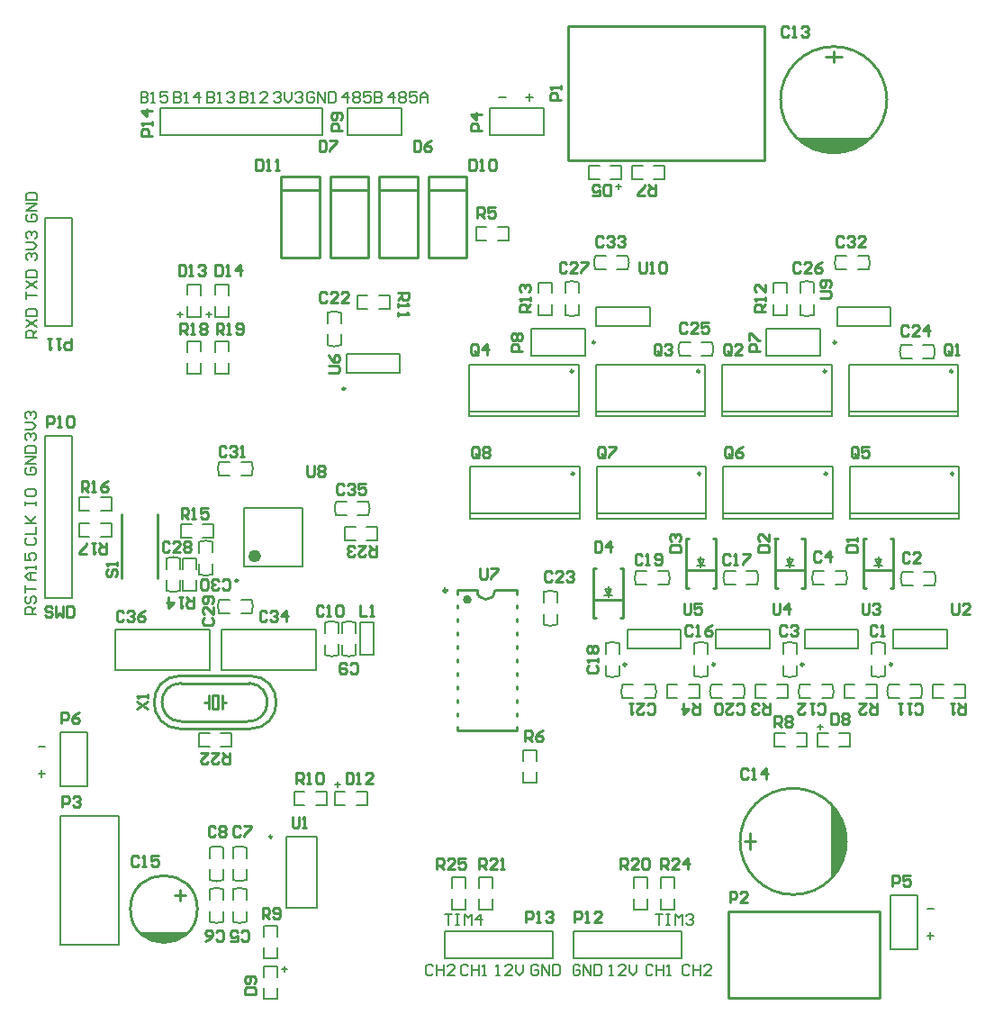
<source format=gto>
G04*
G04 #@! TF.GenerationSoftware,Altium Limited,Altium Designer,18.1.9 (240)*
G04*
G04 Layer_Color=65535*
%FSLAX25Y25*%
%MOIN*%
G70*
G01*
G75*
%ADD10C,0.01000*%
%ADD11C,0.01575*%
%ADD12C,0.01181*%
%ADD13C,0.00984*%
%ADD14C,0.00700*%
%ADD15C,0.02362*%
%ADD16C,0.00787*%
%ADD17C,0.00600*%
%ADD18C,0.00800*%
G36*
X86500Y45000D02*
X85933Y44372D01*
X84635Y43285D01*
X83198Y42389D01*
X81651Y41701D01*
X80023Y41235D01*
X78347Y41000D01*
X76653D01*
X74977Y41235D01*
X73349Y41701D01*
X71802Y42389D01*
X70365Y43285D01*
X69067Y44372D01*
X68500Y45000D01*
X68500Y45000D01*
X86500D01*
Y45000D01*
D02*
G37*
G36*
X324500Y92500D02*
Y64500D01*
X327500Y68500D01*
X329500Y74500D01*
X330500Y80500D01*
X329500Y84500D01*
X324500Y92500D01*
D02*
G37*
G36*
X339500Y339000D02*
X311500D01*
X315500Y336000D01*
X321500Y334000D01*
X327500Y333000D01*
X331500Y334000D01*
X339500Y339000D01*
D02*
G37*
D10*
X193500Y171377D02*
G03*
X200000Y171277I3250J-50D01*
G01*
X109300Y120160D02*
G03*
X109295Y139842I-34J9841D01*
G01*
X83700Y139840D02*
G03*
X83705Y120158I34J-9841D01*
G01*
X108310Y122910D02*
G03*
X109098Y137087I368J7090D01*
G01*
X83900Y137090D02*
G03*
X83902Y122913I1J-7088D01*
G01*
X89900Y53500D02*
G03*
X89900Y53500I-12400J0D01*
G01*
X330180Y78500D02*
G03*
X330180Y78500I-19680J0D01*
G01*
X345180Y353000D02*
G03*
X345180Y353000I-19680J0D01*
G01*
X186000Y171500D02*
X193500D01*
X200000D02*
X208000D01*
X186000Y170091D02*
Y171500D01*
Y165091D02*
Y165909D01*
Y160091D02*
Y160909D01*
Y155091D02*
Y155909D01*
Y150091D02*
Y150909D01*
Y145091D02*
Y145909D01*
Y140091D02*
Y140909D01*
Y135091D02*
Y135909D01*
Y130091D02*
Y130909D01*
Y125091D02*
Y125909D01*
Y119500D02*
Y120909D01*
Y119500D02*
X208000D01*
Y120909D01*
Y125091D02*
Y125909D01*
Y130091D02*
Y130909D01*
Y135091D02*
Y135909D01*
Y140091D02*
Y140909D01*
Y145091D02*
Y145909D01*
Y150091D02*
Y150909D01*
Y155091D02*
Y155909D01*
Y160091D02*
Y160909D01*
Y165091D02*
Y165909D01*
Y170091D02*
Y171500D01*
X227142Y330697D02*
Y380303D01*
Y330697D02*
X299976D01*
X299976D02*
Y380303D01*
X227142D02*
X299976D01*
X346453Y190429D02*
X347512D01*
X336488D02*
X337547D01*
X347512Y172319D02*
Y190429D01*
X336500Y178874D02*
X347512D01*
X336500Y172374D02*
Y190429D01*
Y172374D02*
X337547D01*
X346453D02*
X347512D01*
X313620Y190429D02*
X314679D01*
X303655D02*
X304713D01*
X314679Y172319D02*
Y190429D01*
X303667Y178874D02*
X314679D01*
X303667Y172374D02*
Y190429D01*
Y172374D02*
X304713D01*
X313620D02*
X314679D01*
X280787Y190429D02*
X281845D01*
X270821D02*
X271880D01*
X281845Y172319D02*
Y190429D01*
X270833Y178874D02*
X281845D01*
X270833Y172374D02*
Y190429D01*
Y172374D02*
X271880D01*
X280787D02*
X281845D01*
X171420Y294539D02*
Y324461D01*
X157247Y294539D02*
Y324461D01*
X157247Y324461D02*
X171420D01*
X157247Y319437D02*
X171420D01*
X157247Y294539D02*
X171420D01*
X189587D02*
Y324461D01*
X175413Y294539D02*
Y324461D01*
X175413Y324461D02*
X189587D01*
X175413Y319437D02*
X189587D01*
X175413Y294539D02*
X189587D01*
X153253D02*
Y324461D01*
X139080Y294539D02*
Y324461D01*
X139080Y324461D02*
X153253D01*
X139080Y319437D02*
X153253D01*
X139080Y294539D02*
X153253D01*
X135087D02*
Y324461D01*
X120913Y294539D02*
Y324461D01*
X120913Y324461D02*
X135087D01*
X120913Y319437D02*
X135087D01*
X120913Y294539D02*
X135087D01*
X61807Y176068D02*
Y199691D01*
X75193D02*
X75193Y176068D01*
X83902Y122913D02*
X108311D01*
X83705Y120158D02*
X109295D01*
X83902Y137087D02*
X109098D01*
X83705Y139842D02*
X109295D01*
X95500Y127500D02*
Y132500D01*
Y127500D02*
X97500D01*
Y132500D01*
X95500D02*
X97500D01*
X94000Y130000D02*
Y132500D01*
Y127500D02*
Y130000D01*
X92500D02*
X94000D01*
X99000D02*
Y132500D01*
Y127500D02*
Y130000D01*
X100500D01*
X286500Y20500D02*
X342500D01*
X286500D02*
Y52500D01*
X342500D01*
Y20500D02*
Y52500D01*
X81500Y58500D02*
X85500D01*
X83500Y56500D02*
Y60500D01*
X294500Y75500D02*
Y81500D01*
X292500Y78500D02*
X296500D01*
X322500Y369000D02*
X328500D01*
X325500Y367000D02*
Y371000D01*
X246453Y161374D02*
X247512D01*
X236500D02*
X237547D01*
X236500D02*
Y179429D01*
Y167874D02*
X247512D01*
Y161319D02*
Y179429D01*
X236488D02*
X237547D01*
X246453D02*
X247512D01*
X36166Y164932D02*
X35499Y165599D01*
X34166D01*
X33500Y164932D01*
Y164266D01*
X34166Y163599D01*
X35499D01*
X36166Y162933D01*
Y162267D01*
X35499Y161600D01*
X34166D01*
X33500Y162267D01*
X37499Y165599D02*
Y161600D01*
X38832Y162933D01*
X40165Y161600D01*
Y165599D01*
X41497D02*
Y161600D01*
X43497D01*
X44163Y162267D01*
Y164932D01*
X43497Y165599D01*
X41497D01*
X334666Y221266D02*
Y223932D01*
X333999Y224599D01*
X332666D01*
X332000Y223932D01*
Y221266D01*
X332666Y220600D01*
X333999D01*
X333333Y221933D02*
X334666Y220600D01*
X333999D02*
X334666Y221266D01*
X338665Y224599D02*
X335999D01*
Y222599D01*
X337332Y223266D01*
X337998D01*
X338665Y222599D01*
Y221266D01*
X337998Y220600D01*
X336665D01*
X335999Y221266D01*
X261666Y259166D02*
Y261832D01*
X260999Y262499D01*
X259666D01*
X259000Y261832D01*
Y259166D01*
X259666Y258500D01*
X260999D01*
X260333Y259833D02*
X261666Y258500D01*
X260999D02*
X261666Y259166D01*
X262999Y261832D02*
X263665Y262499D01*
X264998D01*
X265665Y261832D01*
Y261166D01*
X264998Y260499D01*
X264332D01*
X264998D01*
X265665Y259833D01*
Y259166D01*
X264998Y258500D01*
X263665D01*
X262999Y259166D01*
X67577Y127500D02*
X71576Y130166D01*
X67577D02*
X71576Y127500D01*
Y131499D02*
Y132832D01*
Y132165D01*
X67577D01*
X68243Y131499D01*
X253500Y292999D02*
Y289666D01*
X254166Y289000D01*
X255499D01*
X256166Y289666D01*
Y292999D01*
X257499Y289000D02*
X258832D01*
X258165D01*
Y292999D01*
X257499Y292332D01*
X260831D02*
X261497Y292999D01*
X262830D01*
X263497Y292332D01*
Y289666D01*
X262830Y289000D01*
X261497D01*
X260831Y289666D01*
Y292332D01*
X320501Y279500D02*
X323834D01*
X324500Y280166D01*
Y281499D01*
X323834Y282166D01*
X320501D01*
X323834Y283499D02*
X324500Y284165D01*
Y285498D01*
X323834Y286164D01*
X321168D01*
X320501Y285498D01*
Y284165D01*
X321168Y283499D01*
X321834D01*
X322501Y284165D01*
Y286164D01*
X130500Y217599D02*
Y214266D01*
X131167Y213600D01*
X132499D01*
X133166Y214266D01*
Y217599D01*
X134499Y216932D02*
X135165Y217599D01*
X136498D01*
X137164Y216932D01*
Y216266D01*
X136498Y215599D01*
X137164Y214933D01*
Y214266D01*
X136498Y213600D01*
X135165D01*
X134499Y214266D01*
Y214933D01*
X135165Y215599D01*
X134499Y216266D01*
Y216932D01*
X135165Y215599D02*
X136498D01*
X194500Y179499D02*
Y176166D01*
X195167Y175500D01*
X196499D01*
X197166Y176166D01*
Y179499D01*
X198499D02*
X201165D01*
Y178832D01*
X198499Y176166D01*
Y175500D01*
X138501Y252000D02*
X141833D01*
X142500Y252666D01*
Y253999D01*
X141833Y254666D01*
X138501D01*
Y258664D02*
X139168Y257332D01*
X140501Y255999D01*
X141833D01*
X142500Y256665D01*
Y257998D01*
X141833Y258664D01*
X141167D01*
X140501Y257998D01*
Y255999D01*
X270000Y166499D02*
Y163166D01*
X270666Y162500D01*
X271999D01*
X272666Y163166D01*
Y166499D01*
X276664D02*
X273999D01*
Y164499D01*
X275332Y165166D01*
X275998D01*
X276664Y164499D01*
Y163166D01*
X275998Y162500D01*
X274665D01*
X273999Y163166D01*
X303000Y166499D02*
Y163166D01*
X303666Y162500D01*
X304999D01*
X305666Y163166D01*
Y166499D01*
X308998Y162500D02*
Y166499D01*
X306999Y164499D01*
X309665D01*
X336000Y166499D02*
Y163166D01*
X336666Y162500D01*
X337999D01*
X338666Y163166D01*
Y166499D01*
X339999Y165832D02*
X340665Y166499D01*
X341998D01*
X342665Y165832D01*
Y165166D01*
X341998Y164499D01*
X341332D01*
X341998D01*
X342665Y163833D01*
Y163166D01*
X341998Y162500D01*
X340665D01*
X339999Y163166D01*
X369050Y166499D02*
Y163166D01*
X369716Y162500D01*
X371049D01*
X371716Y163166D01*
Y166499D01*
X375714Y162500D02*
X373049D01*
X375714Y165166D01*
Y165832D01*
X375048Y166499D01*
X373715D01*
X373049Y165832D01*
X125000Y87499D02*
Y84166D01*
X125666Y83500D01*
X126999D01*
X127666Y84166D01*
Y87499D01*
X128999Y83500D02*
X130332D01*
X129665D01*
Y87499D01*
X128999Y86832D01*
X56668Y179166D02*
X56001Y178499D01*
Y177166D01*
X56668Y176500D01*
X57334D01*
X58001Y177166D01*
Y178499D01*
X58667Y179166D01*
X59334D01*
X60000Y178499D01*
Y177166D01*
X59334Y176500D01*
X60000Y180499D02*
Y181832D01*
Y181165D01*
X56001D01*
X56668Y180499D01*
X178500Y68205D02*
Y72204D01*
X180499D01*
X181166Y71537D01*
Y70205D01*
X180499Y69538D01*
X178500D01*
X179833D02*
X181166Y68205D01*
X185164D02*
X182499D01*
X185164Y70871D01*
Y71537D01*
X184498Y72204D01*
X183165D01*
X182499Y71537D01*
X189163Y72204D02*
X186497D01*
Y70205D01*
X187830Y70871D01*
X188497D01*
X189163Y70205D01*
Y68872D01*
X188497Y68205D01*
X187164D01*
X186497Y68872D01*
X261600Y68205D02*
Y72204D01*
X263599D01*
X264266Y71537D01*
Y70205D01*
X263599Y69538D01*
X261600D01*
X262933D02*
X264266Y68205D01*
X268265D02*
X265599D01*
X268265Y70871D01*
Y71537D01*
X267598Y72204D01*
X266265D01*
X265599Y71537D01*
X271597Y68205D02*
Y72204D01*
X269597Y70205D01*
X272263D01*
X156000Y188000D02*
Y184001D01*
X154001D01*
X153334Y184668D01*
Y186001D01*
X154001Y186667D01*
X156000D01*
X154667D02*
X153334Y188000D01*
X149336D02*
X152001D01*
X149336Y185334D01*
Y184668D01*
X150002Y184001D01*
X151335D01*
X152001Y184668D01*
X148003D02*
X147336Y184001D01*
X146003D01*
X145337Y184668D01*
Y185334D01*
X146003Y186001D01*
X146670D01*
X146003D01*
X145337Y186667D01*
Y187334D01*
X146003Y188000D01*
X147336D01*
X148003Y187334D01*
X101873Y111267D02*
Y107268D01*
X99874D01*
X99207Y107935D01*
Y109267D01*
X99874Y109934D01*
X101873D01*
X100540D02*
X99207Y111267D01*
X95209D02*
X97874D01*
X95209Y108601D01*
Y107935D01*
X95875Y107268D01*
X97208D01*
X97874Y107935D01*
X91210Y111267D02*
X93876D01*
X91210Y108601D01*
Y107935D01*
X91877Y107268D01*
X93209D01*
X93876Y107935D01*
X194100Y68205D02*
Y72204D01*
X196099D01*
X196766Y71537D01*
Y70205D01*
X196099Y69538D01*
X194100D01*
X195433D02*
X196766Y68205D01*
X200764D02*
X198099D01*
X200764Y70871D01*
Y71537D01*
X200098Y72204D01*
X198765D01*
X198099Y71537D01*
X202097Y68205D02*
X203430D01*
X202764D01*
Y72204D01*
X202097Y71537D01*
X246500Y68205D02*
Y72204D01*
X248499D01*
X249166Y71537D01*
Y70205D01*
X248499Y69538D01*
X246500D01*
X247833D02*
X249166Y68205D01*
X253165D02*
X250499D01*
X253165Y70871D01*
Y71537D01*
X252498Y72204D01*
X251165D01*
X250499Y71537D01*
X254497D02*
X255164Y72204D01*
X256497D01*
X257163Y71537D01*
Y68872D01*
X256497Y68205D01*
X255164D01*
X254497Y68872D01*
Y71537D01*
X97000Y266150D02*
Y270149D01*
X98999D01*
X99666Y269482D01*
Y268149D01*
X98999Y267483D01*
X97000D01*
X98333D02*
X99666Y266150D01*
X100999D02*
X102332D01*
X101665D01*
Y270149D01*
X100999Y269482D01*
X104331Y266816D02*
X104997Y266150D01*
X106330D01*
X106997Y266816D01*
Y269482D01*
X106330Y270149D01*
X104997D01*
X104331Y269482D01*
Y268816D01*
X104997Y268149D01*
X106997D01*
X83435Y266150D02*
Y270149D01*
X85434D01*
X86101Y269482D01*
Y268149D01*
X85434Y267483D01*
X83435D01*
X84768D02*
X86101Y266150D01*
X87434D02*
X88766D01*
X88100D01*
Y270149D01*
X87434Y269482D01*
X90766D02*
X91432Y270149D01*
X92765D01*
X93432Y269482D01*
Y268816D01*
X92765Y268149D01*
X93432Y267483D01*
Y266816D01*
X92765Y266150D01*
X91432D01*
X90766Y266816D01*
Y267483D01*
X91432Y268149D01*
X90766Y268816D01*
Y269482D01*
X91432Y268149D02*
X92765D01*
X56000Y189000D02*
Y185001D01*
X54001D01*
X53334Y185668D01*
Y187001D01*
X54001Y187667D01*
X56000D01*
X54667D02*
X53334Y189000D01*
X52001D02*
X50668D01*
X51335D01*
Y185001D01*
X52001Y185668D01*
X48669Y185001D02*
X46003D01*
Y185668D01*
X48669Y188333D01*
Y189000D01*
X47000Y208000D02*
Y211999D01*
X48999D01*
X49666Y211332D01*
Y209999D01*
X48999Y209333D01*
X47000D01*
X48333D02*
X49666Y208000D01*
X50999D02*
X52332D01*
X51665D01*
Y211999D01*
X50999Y211332D01*
X56997Y211999D02*
X55664Y211332D01*
X54331Y209999D01*
Y208666D01*
X54997Y208000D01*
X56330D01*
X56997Y208666D01*
Y209333D01*
X56330Y209999D01*
X54331D01*
X84000Y198000D02*
Y201999D01*
X85999D01*
X86666Y201332D01*
Y199999D01*
X85999Y199333D01*
X84000D01*
X85333D02*
X86666Y198000D01*
X87999D02*
X89332D01*
X88665D01*
Y201999D01*
X87999Y201332D01*
X93997Y201999D02*
X91331D01*
Y199999D01*
X92664Y200666D01*
X93330D01*
X93997Y199999D01*
Y198667D01*
X93330Y198000D01*
X91997D01*
X91331Y198667D01*
X88500Y169000D02*
Y165001D01*
X86501D01*
X85834Y165668D01*
Y167001D01*
X86501Y167667D01*
X88500D01*
X87167D02*
X85834Y169000D01*
X84501D02*
X83168D01*
X83835D01*
Y165001D01*
X84501Y165668D01*
X79170Y169000D02*
Y165001D01*
X81169Y167001D01*
X78503D01*
X213000Y274500D02*
X209001D01*
Y276499D01*
X209668Y277166D01*
X211001D01*
X211667Y276499D01*
Y274500D01*
Y275833D02*
X213000Y277166D01*
Y278499D02*
Y279832D01*
Y279165D01*
X209001D01*
X209668Y278499D01*
Y281831D02*
X209001Y282497D01*
Y283830D01*
X209668Y284497D01*
X210334D01*
X211001Y283830D01*
Y283164D01*
Y283830D01*
X211667Y284497D01*
X212334D01*
X213000Y283830D01*
Y282497D01*
X212334Y281831D01*
X300000Y274500D02*
X296001D01*
Y276499D01*
X296668Y277166D01*
X298001D01*
X298667Y276499D01*
Y274500D01*
Y275833D02*
X300000Y277166D01*
Y278499D02*
Y279832D01*
Y279165D01*
X296001D01*
X296668Y278499D01*
X300000Y284497D02*
Y281831D01*
X297334Y284497D01*
X296668D01*
X296001Y283830D01*
Y282497D01*
X296668Y281831D01*
X164250Y281500D02*
X168249D01*
Y279501D01*
X167582Y278834D01*
X166249D01*
X165583Y279501D01*
Y281500D01*
Y280167D02*
X164250Y278834D01*
Y277501D02*
Y276168D01*
Y276835D01*
X168249D01*
X167582Y277501D01*
X164250Y274169D02*
Y272836D01*
Y273503D01*
X168249D01*
X167582Y274169D01*
X126500Y100000D02*
Y103999D01*
X128499D01*
X129166Y103332D01*
Y101999D01*
X128499Y101333D01*
X126500D01*
X127833D02*
X129166Y100000D01*
X130499D02*
X131832D01*
X131165D01*
Y103999D01*
X130499Y103332D01*
X133831D02*
X134497Y103999D01*
X135830D01*
X136497Y103332D01*
Y100666D01*
X135830Y100000D01*
X134497D01*
X133831Y100666D01*
Y103332D01*
X114000Y50000D02*
Y53999D01*
X115999D01*
X116666Y53332D01*
Y51999D01*
X115999Y51333D01*
X114000D01*
X115333D02*
X116666Y50000D01*
X117999Y50666D02*
X118665Y50000D01*
X119998D01*
X120665Y50666D01*
Y53332D01*
X119998Y53999D01*
X118665D01*
X117999Y53332D01*
Y52666D01*
X118665Y51999D01*
X120665D01*
X303650Y121000D02*
Y124999D01*
X305650D01*
X306316Y124332D01*
Y122999D01*
X305650Y122333D01*
X303650D01*
X304983D02*
X306316Y121000D01*
X307649Y124332D02*
X308316Y124999D01*
X309648D01*
X310315Y124332D01*
Y123666D01*
X309648Y122999D01*
X310315Y122333D01*
Y121667D01*
X309648Y121000D01*
X308316D01*
X307649Y121667D01*
Y122333D01*
X308316Y122999D01*
X307649Y123666D01*
Y124332D01*
X308316Y122999D02*
X309648D01*
X259500Y321500D02*
Y317501D01*
X257501D01*
X256834Y318168D01*
Y319501D01*
X257501Y320167D01*
X259500D01*
X258167D02*
X256834Y321500D01*
X255501Y317501D02*
X252835D01*
Y318168D01*
X255501Y320834D01*
Y321500D01*
X211200Y115600D02*
Y119599D01*
X213199D01*
X213866Y118932D01*
Y117599D01*
X213199Y116933D01*
X211200D01*
X212533D02*
X213866Y115600D01*
X217864Y119599D02*
X216532Y118932D01*
X215199Y117599D01*
Y116267D01*
X215865Y115600D01*
X217198D01*
X217864Y116267D01*
Y116933D01*
X217198Y117599D01*
X215199D01*
X193600Y309400D02*
Y313399D01*
X195599D01*
X196266Y312732D01*
Y311399D01*
X195599Y310733D01*
X193600D01*
X194933D02*
X196266Y309400D01*
X200265Y313399D02*
X197599D01*
Y311399D01*
X198932Y312066D01*
X199598D01*
X200265Y311399D01*
Y310066D01*
X199598Y309400D01*
X198265D01*
X197599Y310066D01*
X275700Y129500D02*
Y125501D01*
X273701D01*
X273034Y126168D01*
Y127501D01*
X273701Y128167D01*
X275700D01*
X274367D02*
X273034Y129500D01*
X269702D02*
Y125501D01*
X271701Y127501D01*
X269036D01*
X301676Y129500D02*
Y125501D01*
X299676D01*
X299010Y126168D01*
Y127501D01*
X299676Y128167D01*
X301676D01*
X300343D02*
X299010Y129500D01*
X297677Y126168D02*
X297011Y125501D01*
X295678D01*
X295011Y126168D01*
Y126834D01*
X295678Y127501D01*
X296344D01*
X295678D01*
X295011Y128167D01*
Y128833D01*
X295678Y129500D01*
X297011D01*
X297677Y128833D01*
X341367Y129500D02*
Y125501D01*
X339367D01*
X338701Y126168D01*
Y127501D01*
X339367Y128167D01*
X341367D01*
X340034D02*
X338701Y129500D01*
X334702D02*
X337368D01*
X334702Y126834D01*
Y126168D01*
X335369Y125501D01*
X336701D01*
X337368Y126168D01*
X374000Y129500D02*
Y125501D01*
X372001D01*
X371334Y126168D01*
Y127501D01*
X372001Y128167D01*
X374000D01*
X372667D02*
X371334Y129500D01*
X370001D02*
X368668D01*
X369335D01*
Y125501D01*
X370001Y126168D01*
X194166Y221266D02*
Y223932D01*
X193499Y224599D01*
X192166D01*
X191500Y223932D01*
Y221266D01*
X192166Y220600D01*
X193499D01*
X192833Y221933D02*
X194166Y220600D01*
X193499D02*
X194166Y221266D01*
X195499Y223932D02*
X196165Y224599D01*
X197498D01*
X198164Y223932D01*
Y223266D01*
X197498Y222599D01*
X198164Y221933D01*
Y221266D01*
X197498Y220600D01*
X196165D01*
X195499Y221266D01*
Y221933D01*
X196165Y222599D01*
X195499Y223266D01*
Y223932D01*
X196165Y222599D02*
X197498D01*
X240966Y221266D02*
Y223932D01*
X240299Y224599D01*
X238966D01*
X238300Y223932D01*
Y221266D01*
X238966Y220600D01*
X240299D01*
X239633Y221933D02*
X240966Y220600D01*
X240299D02*
X240966Y221266D01*
X242299Y224599D02*
X244965D01*
Y223932D01*
X242299Y221266D01*
Y220600D01*
X287866Y221266D02*
Y223932D01*
X287199Y224599D01*
X285866D01*
X285200Y223932D01*
Y221266D01*
X285866Y220600D01*
X287199D01*
X286533Y221933D02*
X287866Y220600D01*
X287199D02*
X287866Y221266D01*
X291864Y224599D02*
X290532Y223932D01*
X289199Y222599D01*
Y221266D01*
X289865Y220600D01*
X291198D01*
X291864Y221266D01*
Y221933D01*
X291198Y222599D01*
X289199D01*
X193866Y259166D02*
Y261832D01*
X193199Y262499D01*
X191867D01*
X191200Y261832D01*
Y259166D01*
X191867Y258500D01*
X193199D01*
X192533Y259833D02*
X193866Y258500D01*
X193199D02*
X193866Y259166D01*
X197198Y258500D02*
Y262499D01*
X195199Y260499D01*
X197864D01*
X287466Y259166D02*
Y261832D01*
X286799Y262499D01*
X285466D01*
X284800Y261832D01*
Y259166D01*
X285466Y258500D01*
X286799D01*
X286133Y259833D02*
X287466Y258500D01*
X286799D02*
X287466Y259166D01*
X291464Y258500D02*
X288799D01*
X291464Y261166D01*
Y261832D01*
X290798Y262499D01*
X289465D01*
X288799Y261832D01*
X369166Y259166D02*
Y261832D01*
X368499Y262499D01*
X367166D01*
X366500Y261832D01*
Y259166D01*
X367166Y258500D01*
X368499D01*
X367833Y259833D02*
X369166Y258500D01*
X368499D02*
X369166Y259166D01*
X370499Y258500D02*
X371832D01*
X371165D01*
Y262499D01*
X370499Y261832D01*
X73000Y339500D02*
X69001D01*
Y341499D01*
X69668Y342166D01*
X71001D01*
X71667Y341499D01*
Y339500D01*
X73000Y343499D02*
Y344832D01*
Y344165D01*
X69001D01*
X69668Y343499D01*
X73000Y348830D02*
X69001D01*
X71001Y346831D01*
Y349497D01*
X211500Y48500D02*
Y52499D01*
X213499D01*
X214166Y51832D01*
Y50499D01*
X213499Y49833D01*
X211500D01*
X215499Y48500D02*
X216832D01*
X216165D01*
Y52499D01*
X215499Y51832D01*
X218831D02*
X219497Y52499D01*
X220830D01*
X221497Y51832D01*
Y51166D01*
X220830Y50499D01*
X220164D01*
X220830D01*
X221497Y49833D01*
Y49166D01*
X220830Y48500D01*
X219497D01*
X218831Y49166D01*
X229600Y48500D02*
Y52499D01*
X231599D01*
X232266Y51832D01*
Y50499D01*
X231599Y49833D01*
X229600D01*
X233599Y48500D02*
X234932D01*
X234265D01*
Y52499D01*
X233599Y51832D01*
X239597Y48500D02*
X236931D01*
X239597Y51166D01*
Y51832D01*
X238930Y52499D01*
X237597D01*
X236931Y51832D01*
X43000Y264700D02*
Y260701D01*
X41001D01*
X40334Y261368D01*
Y262701D01*
X41001Y263367D01*
X43000D01*
X39001Y264700D02*
X37668D01*
X38335D01*
Y260701D01*
X39001Y261368D01*
X35669Y264700D02*
X34336D01*
X35003D01*
Y260701D01*
X35669Y261368D01*
X34100Y232000D02*
Y235999D01*
X36099D01*
X36766Y235332D01*
Y233999D01*
X36099Y233333D01*
X34100D01*
X38099Y232000D02*
X39432D01*
X38765D01*
Y235999D01*
X38099Y235332D01*
X41431D02*
X42097Y235999D01*
X43430D01*
X44097Y235332D01*
Y232666D01*
X43430Y232000D01*
X42097D01*
X41431Y232666D01*
Y235332D01*
X143500Y341500D02*
X139501D01*
Y343499D01*
X140168Y344166D01*
X141501D01*
X142167Y343499D01*
Y341500D01*
X142833Y345499D02*
X143500Y346165D01*
Y347498D01*
X142833Y348165D01*
X140168D01*
X139501Y347498D01*
Y346165D01*
X140168Y345499D01*
X140834D01*
X141501Y346165D01*
Y348165D01*
X210000Y260000D02*
X206001D01*
Y261999D01*
X206668Y262666D01*
X208001D01*
X208667Y261999D01*
Y260000D01*
X206668Y263999D02*
X206001Y264665D01*
Y265998D01*
X206668Y266665D01*
X207334D01*
X208001Y265998D01*
X208667Y266665D01*
X209334D01*
X210000Y265998D01*
Y264665D01*
X209334Y263999D01*
X208667D01*
X208001Y264665D01*
X207334Y263999D01*
X206668D01*
X208001Y264665D02*
Y265998D01*
X298000Y260000D02*
X294001D01*
Y261999D01*
X294668Y262666D01*
X296001D01*
X296667Y261999D01*
Y260000D01*
X294001Y263999D02*
Y266665D01*
X294668D01*
X297334Y263999D01*
X298000D01*
X39600Y122400D02*
Y126399D01*
X41599D01*
X42266Y125732D01*
Y124399D01*
X41599Y123733D01*
X39600D01*
X46264Y126399D02*
X44932Y125732D01*
X43599Y124399D01*
Y123066D01*
X44265Y122400D01*
X45598D01*
X46264Y123066D01*
Y123733D01*
X45598Y124399D01*
X43599D01*
X347100Y61900D02*
Y65899D01*
X349099D01*
X349766Y65232D01*
Y63899D01*
X349099Y63233D01*
X347100D01*
X353765Y65899D02*
X351099D01*
Y63899D01*
X352432Y64566D01*
X353098D01*
X353765Y63899D01*
Y62566D01*
X353098Y61900D01*
X351765D01*
X351099Y62566D01*
X195000Y341500D02*
X191001D01*
Y343499D01*
X191668Y344166D01*
X193001D01*
X193667Y343499D01*
Y341500D01*
X195000Y347498D02*
X191001D01*
X193001Y345499D01*
Y348165D01*
X39700Y91400D02*
Y95399D01*
X41699D01*
X42366Y94732D01*
Y93399D01*
X41699Y92733D01*
X39700D01*
X43699Y94732D02*
X44365Y95399D01*
X45698D01*
X46365Y94732D01*
Y94066D01*
X45698Y93399D01*
X45032D01*
X45698D01*
X46365Y92733D01*
Y92066D01*
X45698Y91400D01*
X44365D01*
X43699Y92066D01*
X287000Y56000D02*
Y59999D01*
X288999D01*
X289666Y59332D01*
Y57999D01*
X288999Y57333D01*
X287000D01*
X293665Y56000D02*
X290999D01*
X293665Y58666D01*
Y59332D01*
X292998Y59999D01*
X291665D01*
X290999Y59332D01*
X224500Y353000D02*
X220501D01*
Y354999D01*
X221168Y355666D01*
X222501D01*
X223167Y354999D01*
Y353000D01*
X224500Y356999D02*
Y358332D01*
Y357665D01*
X220501D01*
X221168Y356999D01*
X150000Y165999D02*
Y162000D01*
X152666D01*
X153999D02*
X155332D01*
X154665D01*
Y165999D01*
X153999Y165332D01*
X96600Y291999D02*
Y288000D01*
X98599D01*
X99266Y288666D01*
Y291332D01*
X98599Y291999D01*
X96600D01*
X100599Y288000D02*
X101932D01*
X101265D01*
Y291999D01*
X100599Y291332D01*
X105930Y288000D02*
Y291999D01*
X103931Y289999D01*
X106597D01*
X83000Y291999D02*
Y288000D01*
X84999D01*
X85666Y288666D01*
Y291332D01*
X84999Y291999D01*
X83000D01*
X86999Y288000D02*
X88332D01*
X87665D01*
Y291999D01*
X86999Y291332D01*
X90331D02*
X90997Y291999D01*
X92330D01*
X92997Y291332D01*
Y290666D01*
X92330Y289999D01*
X91664D01*
X92330D01*
X92997Y289333D01*
Y288666D01*
X92330Y288000D01*
X90997D01*
X90331Y288666D01*
X145000Y103999D02*
Y100000D01*
X146999D01*
X147666Y100666D01*
Y103332D01*
X146999Y103999D01*
X145000D01*
X148999Y100000D02*
X150332D01*
X149665D01*
Y103999D01*
X148999Y103332D01*
X154997Y100000D02*
X152331D01*
X154997Y102666D01*
Y103332D01*
X154330Y103999D01*
X152997D01*
X152331Y103332D01*
X111500Y330999D02*
Y327000D01*
X113499D01*
X114166Y327666D01*
Y330332D01*
X113499Y330999D01*
X111500D01*
X115499Y327000D02*
X116832D01*
X116165D01*
Y330999D01*
X115499Y330332D01*
X118831Y327000D02*
X120164D01*
X119497D01*
Y330999D01*
X118831Y330332D01*
X190558Y330999D02*
Y327000D01*
X192557D01*
X193224Y327666D01*
Y330332D01*
X192557Y330999D01*
X190558D01*
X194556Y327000D02*
X195889D01*
X195223D01*
Y330999D01*
X194556Y330332D01*
X197889D02*
X198555Y330999D01*
X199888D01*
X200555Y330332D01*
Y327666D01*
X199888Y327000D01*
X198555D01*
X197889Y327666D01*
Y330332D01*
X107501Y22000D02*
X111500D01*
Y23999D01*
X110834Y24666D01*
X108168D01*
X107501Y23999D01*
Y22000D01*
X110834Y25999D02*
X111500Y26665D01*
Y27998D01*
X110834Y28664D01*
X108168D01*
X107501Y27998D01*
Y26665D01*
X108168Y25999D01*
X108834D01*
X109501Y26665D01*
Y28664D01*
X324500Y125899D02*
Y121900D01*
X326499D01*
X327166Y122566D01*
Y125232D01*
X326499Y125899D01*
X324500D01*
X328499Y125232D02*
X329165Y125899D01*
X330498D01*
X331165Y125232D01*
Y124566D01*
X330498Y123899D01*
X331165Y123233D01*
Y122566D01*
X330498Y121900D01*
X329165D01*
X328499Y122566D01*
Y123233D01*
X329165Y123899D01*
X328499Y124566D01*
Y125232D01*
X329165Y123899D02*
X330498D01*
X135000Y337999D02*
Y334000D01*
X136999D01*
X137666Y334666D01*
Y337332D01*
X136999Y337999D01*
X135000D01*
X138999D02*
X141665D01*
Y337332D01*
X138999Y334666D01*
Y334000D01*
X170000Y337999D02*
Y334000D01*
X171999D01*
X172666Y334666D01*
Y337332D01*
X171999Y337999D01*
X170000D01*
X176664D02*
X175332Y337332D01*
X173999Y335999D01*
Y334666D01*
X174665Y334000D01*
X175998D01*
X176664Y334666D01*
Y335333D01*
X175998Y335999D01*
X173999D01*
X242900Y317501D02*
Y321500D01*
X240901D01*
X240234Y320834D01*
Y318168D01*
X240901Y317501D01*
X242900D01*
X236235D02*
X238901D01*
Y319501D01*
X237568Y318834D01*
X236902D01*
X236235Y319501D01*
Y320834D01*
X236902Y321500D01*
X238235D01*
X238901Y320834D01*
X237000Y189599D02*
Y185600D01*
X238999D01*
X239666Y186267D01*
Y188932D01*
X238999Y189599D01*
X237000D01*
X242998Y185600D02*
Y189599D01*
X240999Y187599D01*
X243665D01*
X264844Y185600D02*
X268843D01*
Y187599D01*
X268176Y188266D01*
X265510D01*
X264844Y187599D01*
Y185600D01*
X265510Y189599D02*
X264844Y190265D01*
Y191598D01*
X265510Y192264D01*
X266177D01*
X266843Y191598D01*
Y190932D01*
Y191598D01*
X267510Y192264D01*
X268176D01*
X268843Y191598D01*
Y190265D01*
X268176Y189599D01*
X297501Y185600D02*
X301500D01*
Y187599D01*
X300834Y188266D01*
X298168D01*
X297501Y187599D01*
Y185600D01*
X301500Y192264D02*
Y189599D01*
X298834Y192264D01*
X298168D01*
X297501Y191598D01*
Y190265D01*
X298168Y189599D01*
X330001Y185600D02*
X334000D01*
Y187599D01*
X333334Y188266D01*
X330668D01*
X330001Y187599D01*
Y185600D01*
X334000Y189599D02*
Y190932D01*
Y190265D01*
X330001D01*
X330668Y189599D01*
X62666Y163332D02*
X61999Y163999D01*
X60666D01*
X60000Y163332D01*
Y160667D01*
X60666Y160000D01*
X61999D01*
X62666Y160667D01*
X63999Y163332D02*
X64665Y163999D01*
X65998D01*
X66664Y163332D01*
Y162666D01*
X65998Y161999D01*
X65332D01*
X65998D01*
X66664Y161333D01*
Y160667D01*
X65998Y160000D01*
X64665D01*
X63999Y160667D01*
X70663Y163999D02*
X69330Y163332D01*
X67997Y161999D01*
Y160667D01*
X68664Y160000D01*
X69997D01*
X70663Y160667D01*
Y161333D01*
X69997Y161999D01*
X67997D01*
X144166Y210332D02*
X143499Y210999D01*
X142166D01*
X141500Y210332D01*
Y207666D01*
X142166Y207000D01*
X143499D01*
X144166Y207666D01*
X145499Y210332D02*
X146165Y210999D01*
X147498D01*
X148164Y210332D01*
Y209666D01*
X147498Y208999D01*
X146832D01*
X147498D01*
X148164Y208333D01*
Y207666D01*
X147498Y207000D01*
X146165D01*
X145499Y207666D01*
X152163Y210999D02*
X149497D01*
Y208999D01*
X150830Y209666D01*
X151497D01*
X152163Y208999D01*
Y207666D01*
X151497Y207000D01*
X150164D01*
X149497Y207666D01*
X115666Y163332D02*
X114999Y163999D01*
X113666D01*
X113000Y163332D01*
Y160667D01*
X113666Y160000D01*
X114999D01*
X115666Y160667D01*
X116999Y163332D02*
X117665Y163999D01*
X118998D01*
X119665Y163332D01*
Y162666D01*
X118998Y161999D01*
X118332D01*
X118998D01*
X119665Y161333D01*
Y160667D01*
X118998Y160000D01*
X117665D01*
X116999Y160667D01*
X122997Y160000D02*
Y163999D01*
X120997Y161999D01*
X123663D01*
X240066Y301932D02*
X239399Y302599D01*
X238066D01*
X237400Y301932D01*
Y299266D01*
X238066Y298600D01*
X239399D01*
X240066Y299266D01*
X241399Y301932D02*
X242065Y302599D01*
X243398D01*
X244064Y301932D01*
Y301266D01*
X243398Y300599D01*
X242732D01*
X243398D01*
X244064Y299933D01*
Y299266D01*
X243398Y298600D01*
X242065D01*
X241399Y299266D01*
X245397Y301932D02*
X246064Y302599D01*
X247397D01*
X248063Y301932D01*
Y301266D01*
X247397Y300599D01*
X246730D01*
X247397D01*
X248063Y299933D01*
Y299266D01*
X247397Y298600D01*
X246064D01*
X245397Y299266D01*
X329166Y301932D02*
X328499Y302599D01*
X327166D01*
X326500Y301932D01*
Y299266D01*
X327166Y298600D01*
X328499D01*
X329166Y299266D01*
X330499Y301932D02*
X331165Y302599D01*
X332498D01*
X333165Y301932D01*
Y301266D01*
X332498Y300599D01*
X331832D01*
X332498D01*
X333165Y299933D01*
Y299266D01*
X332498Y298600D01*
X331165D01*
X330499Y299266D01*
X337163Y298600D02*
X334497D01*
X337163Y301266D01*
Y301932D01*
X336497Y302599D01*
X335164D01*
X334497Y301932D01*
X100666Y224332D02*
X99999Y224999D01*
X98666D01*
X98000Y224332D01*
Y221666D01*
X98666Y221000D01*
X99999D01*
X100666Y221666D01*
X101999Y224332D02*
X102665Y224999D01*
X103998D01*
X104665Y224332D01*
Y223666D01*
X103998Y222999D01*
X103332D01*
X103998D01*
X104665Y222333D01*
Y221666D01*
X103998Y221000D01*
X102665D01*
X101999Y221666D01*
X105997Y221000D02*
X107330D01*
X106664D01*
Y224999D01*
X105997Y224332D01*
X99158Y172168D02*
X99825Y171501D01*
X101158D01*
X101824Y172168D01*
Y174834D01*
X101158Y175500D01*
X99825D01*
X99158Y174834D01*
X97825Y172168D02*
X97159Y171501D01*
X95826D01*
X95160Y172168D01*
Y172834D01*
X95826Y173501D01*
X96493D01*
X95826D01*
X95160Y174167D01*
Y174834D01*
X95826Y175500D01*
X97159D01*
X97825Y174834D01*
X93827Y172168D02*
X93160Y171501D01*
X91827D01*
X91161Y172168D01*
Y174834D01*
X91827Y175500D01*
X93160D01*
X93827Y174834D01*
Y172168D01*
X92568Y161166D02*
X91901Y160499D01*
Y159167D01*
X92568Y158500D01*
X95234D01*
X95900Y159167D01*
Y160499D01*
X95234Y161166D01*
X95900Y165164D02*
Y162499D01*
X93234Y165164D01*
X92568D01*
X91901Y164498D01*
Y163165D01*
X92568Y162499D01*
X95234Y166497D02*
X95900Y167164D01*
Y168497D01*
X95234Y169163D01*
X92568D01*
X91901Y168497D01*
Y167164D01*
X92568Y166497D01*
X93234D01*
X93901Y167164D01*
Y169163D01*
X79666Y188832D02*
X78999Y189499D01*
X77666D01*
X77000Y188832D01*
Y186167D01*
X77666Y185500D01*
X78999D01*
X79666Y186167D01*
X83665Y185500D02*
X80999D01*
X83665Y188166D01*
Y188832D01*
X82998Y189499D01*
X81665D01*
X80999Y188832D01*
X84997D02*
X85664Y189499D01*
X86997D01*
X87663Y188832D01*
Y188166D01*
X86997Y187499D01*
X87663Y186833D01*
Y186167D01*
X86997Y185500D01*
X85664D01*
X84997Y186167D01*
Y186833D01*
X85664Y187499D01*
X84997Y188166D01*
Y188832D01*
X85664Y187499D02*
X86997D01*
X226666Y292332D02*
X225999Y292999D01*
X224666D01*
X224000Y292332D01*
Y289666D01*
X224666Y289000D01*
X225999D01*
X226666Y289666D01*
X230664Y289000D02*
X227999D01*
X230664Y291666D01*
Y292332D01*
X229998Y292999D01*
X228665D01*
X227999Y292332D01*
X231997Y292999D02*
X234663D01*
Y292332D01*
X231997Y289666D01*
Y289000D01*
X313166Y292332D02*
X312499Y292999D01*
X311166D01*
X310500Y292332D01*
Y289666D01*
X311166Y289000D01*
X312499D01*
X313166Y289666D01*
X317164Y289000D02*
X314499D01*
X317164Y291666D01*
Y292332D01*
X316498Y292999D01*
X315165D01*
X314499Y292332D01*
X321163Y292999D02*
X319830Y292332D01*
X318497Y290999D01*
Y289666D01*
X319164Y289000D01*
X320497D01*
X321163Y289666D01*
Y290333D01*
X320497Y290999D01*
X318497D01*
X271266Y269932D02*
X270599Y270599D01*
X269266D01*
X268600Y269932D01*
Y267266D01*
X269266Y266600D01*
X270599D01*
X271266Y267266D01*
X275265Y266600D02*
X272599D01*
X275265Y269266D01*
Y269932D01*
X274598Y270599D01*
X273265D01*
X272599Y269932D01*
X279263Y270599D02*
X276597D01*
Y268599D01*
X277930Y269266D01*
X278597D01*
X279263Y268599D01*
Y267266D01*
X278597Y266600D01*
X277264D01*
X276597Y267266D01*
X353266Y268932D02*
X352599Y269599D01*
X351266D01*
X350600Y268932D01*
Y266266D01*
X351266Y265600D01*
X352599D01*
X353266Y266266D01*
X357264Y265600D02*
X354599D01*
X357264Y268266D01*
Y268932D01*
X356598Y269599D01*
X355265D01*
X354599Y268932D01*
X360597Y265600D02*
Y269599D01*
X358597Y267599D01*
X361263D01*
X221266Y177932D02*
X220599Y178599D01*
X219266D01*
X218600Y177932D01*
Y175267D01*
X219266Y174600D01*
X220599D01*
X221266Y175267D01*
X225265Y174600D02*
X222599D01*
X225265Y177266D01*
Y177932D01*
X224598Y178599D01*
X223265D01*
X222599Y177932D01*
X226597D02*
X227264Y178599D01*
X228597D01*
X229263Y177932D01*
Y177266D01*
X228597Y176599D01*
X227930D01*
X228597D01*
X229263Y175933D01*
Y175267D01*
X228597Y174600D01*
X227264D01*
X226597Y175267D01*
X137752Y281332D02*
X137086Y281999D01*
X135753D01*
X135087Y281332D01*
Y278666D01*
X135753Y278000D01*
X137086D01*
X137752Y278666D01*
X141751Y278000D02*
X139085D01*
X141751Y280666D01*
Y281332D01*
X141085Y281999D01*
X139752D01*
X139085Y281332D01*
X145750Y278000D02*
X143084D01*
X145750Y280666D01*
Y281332D01*
X145083Y281999D01*
X143751D01*
X143084Y281332D01*
X256661Y126168D02*
X257327Y125501D01*
X258660D01*
X259327Y126168D01*
Y128833D01*
X258660Y129500D01*
X257327D01*
X256661Y128833D01*
X252662Y129500D02*
X255328D01*
X252662Y126834D01*
Y126168D01*
X253329Y125501D01*
X254661D01*
X255328Y126168D01*
X251329Y129500D02*
X249996D01*
X250663D01*
Y125501D01*
X251329Y126168D01*
X289334D02*
X290001Y125501D01*
X291334D01*
X292000Y126168D01*
Y128833D01*
X291334Y129500D01*
X290001D01*
X289334Y128833D01*
X285335Y129500D02*
X288001D01*
X285335Y126834D01*
Y126168D01*
X286002Y125501D01*
X287335D01*
X288001Y126168D01*
X284003D02*
X283336Y125501D01*
X282003D01*
X281337Y126168D01*
Y128833D01*
X282003Y129500D01*
X283336D01*
X284003Y128833D01*
Y126168D01*
X254666Y184332D02*
X253999Y184999D01*
X252666D01*
X252000Y184332D01*
Y181667D01*
X252666Y181000D01*
X253999D01*
X254666Y181667D01*
X255999Y181000D02*
X257332D01*
X256665D01*
Y184999D01*
X255999Y184332D01*
X259331Y181667D02*
X259997Y181000D01*
X261330D01*
X261997Y181667D01*
Y184332D01*
X261330Y184999D01*
X259997D01*
X259331Y184332D01*
Y183666D01*
X259997Y182999D01*
X261997D01*
X234968Y143666D02*
X234301Y142999D01*
Y141666D01*
X234968Y141000D01*
X237634D01*
X238300Y141666D01*
Y142999D01*
X237634Y143666D01*
X238300Y144999D02*
Y146332D01*
Y145665D01*
X234301D01*
X234968Y144999D01*
Y148331D02*
X234301Y148997D01*
Y150330D01*
X234968Y150997D01*
X235634D01*
X236301Y150330D01*
X236967Y150997D01*
X237634D01*
X238300Y150330D01*
Y148997D01*
X237634Y148331D01*
X236967D01*
X236301Y148997D01*
X235634Y148331D01*
X234968D01*
X236301Y148997D02*
Y150330D01*
X287224Y184332D02*
X286557Y184999D01*
X285224D01*
X284558Y184332D01*
Y181667D01*
X285224Y181000D01*
X286557D01*
X287224Y181667D01*
X288557Y181000D02*
X289889D01*
X289223D01*
Y184999D01*
X288557Y184332D01*
X291889Y184999D02*
X294555D01*
Y184332D01*
X291889Y181667D01*
Y181000D01*
X273166Y157832D02*
X272499Y158499D01*
X271166D01*
X270500Y157832D01*
Y155166D01*
X271166Y154500D01*
X272499D01*
X273166Y155166D01*
X274499Y154500D02*
X275832D01*
X275165D01*
Y158499D01*
X274499Y157832D01*
X280497Y158499D02*
X279164Y157832D01*
X277831Y156499D01*
Y155166D01*
X278497Y154500D01*
X279830D01*
X280497Y155166D01*
Y155833D01*
X279830Y156499D01*
X277831D01*
X68266Y72732D02*
X67599Y73399D01*
X66266D01*
X65600Y72732D01*
Y70066D01*
X66266Y69400D01*
X67599D01*
X68266Y70066D01*
X69599Y69400D02*
X70932D01*
X70265D01*
Y73399D01*
X69599Y72732D01*
X75597Y73399D02*
X72931D01*
Y71399D01*
X74264Y72066D01*
X74930D01*
X75597Y71399D01*
Y70066D01*
X74930Y69400D01*
X73597D01*
X72931Y70066D01*
X293966Y105032D02*
X293299Y105699D01*
X291966D01*
X291300Y105032D01*
Y102366D01*
X291966Y101700D01*
X293299D01*
X293966Y102366D01*
X295299Y101700D02*
X296632D01*
X295965D01*
Y105699D01*
X295299Y105032D01*
X300630Y101700D02*
Y105699D01*
X298631Y103699D01*
X301297D01*
X308966Y379532D02*
X308299Y380199D01*
X306966D01*
X306300Y379532D01*
Y376866D01*
X306966Y376200D01*
X308299D01*
X308966Y376866D01*
X310299Y376200D02*
X311632D01*
X310965D01*
Y380199D01*
X310299Y379532D01*
X313631D02*
X314297Y380199D01*
X315630D01*
X316297Y379532D01*
Y378866D01*
X315630Y378199D01*
X314964D01*
X315630D01*
X316297Y377533D01*
Y376866D01*
X315630Y376200D01*
X314297D01*
X313631Y376866D01*
X319501Y126168D02*
X320167Y125501D01*
X321500D01*
X322167Y126168D01*
Y128833D01*
X321500Y129500D01*
X320167D01*
X319501Y128833D01*
X318168Y129500D02*
X316835D01*
X317501D01*
Y125501D01*
X318168Y126168D01*
X312170Y129500D02*
X314836D01*
X312170Y126834D01*
Y126168D01*
X312836Y125501D01*
X314169D01*
X314836Y126168D01*
X355334D02*
X356001Y125501D01*
X357334D01*
X358000Y126168D01*
Y128833D01*
X357334Y129500D01*
X356001D01*
X355334Y128833D01*
X354001Y129500D02*
X352668D01*
X353335D01*
Y125501D01*
X354001Y126168D01*
X350669Y129500D02*
X349336D01*
X350003D01*
Y125501D01*
X350669Y126168D01*
X136666Y165332D02*
X135999Y165999D01*
X134667D01*
X134000Y165332D01*
Y162666D01*
X134667Y162000D01*
X135999D01*
X136666Y162666D01*
X137999Y162000D02*
X139332D01*
X138665D01*
Y165999D01*
X137999Y165332D01*
X141331D02*
X141997Y165999D01*
X143330D01*
X143997Y165332D01*
Y162666D01*
X143330Y162000D01*
X141997D01*
X141331Y162666D01*
Y165332D01*
X146584Y141168D02*
X147251Y140501D01*
X148583D01*
X149250Y141168D01*
Y143833D01*
X148583Y144500D01*
X147251D01*
X146584Y143833D01*
X145251D02*
X144585Y144500D01*
X143252D01*
X142586Y143833D01*
Y141168D01*
X143252Y140501D01*
X144585D01*
X145251Y141168D01*
Y141834D01*
X144585Y142501D01*
X142586D01*
X96666Y83432D02*
X95999Y84099D01*
X94666D01*
X94000Y83432D01*
Y80766D01*
X94666Y80100D01*
X95999D01*
X96666Y80766D01*
X97999Y83432D02*
X98665Y84099D01*
X99998D01*
X100664Y83432D01*
Y82766D01*
X99998Y82099D01*
X100664Y81433D01*
Y80766D01*
X99998Y80100D01*
X98665D01*
X97999Y80766D01*
Y81433D01*
X98665Y82099D01*
X97999Y82766D01*
Y83432D01*
X98665Y82099D02*
X99998D01*
X105731Y83432D02*
X105064Y84099D01*
X103732D01*
X103065Y83432D01*
Y80766D01*
X103732Y80100D01*
X105064D01*
X105731Y80766D01*
X107064Y84099D02*
X109730D01*
Y83432D01*
X107064Y80766D01*
Y80100D01*
X96834Y42168D02*
X97501Y41501D01*
X98834D01*
X99500Y42168D01*
Y44834D01*
X98834Y45500D01*
X97501D01*
X96834Y44834D01*
X92835Y41501D02*
X94168Y42168D01*
X95501Y43501D01*
Y44834D01*
X94835Y45500D01*
X93502D01*
X92835Y44834D01*
Y44167D01*
X93502Y43501D01*
X95501D01*
X106013Y42168D02*
X106679Y41501D01*
X108012D01*
X108678Y42168D01*
Y44834D01*
X108012Y45500D01*
X106679D01*
X106013Y44834D01*
X102014Y41501D02*
X104680D01*
Y43501D01*
X103347Y42834D01*
X102680D01*
X102014Y43501D01*
Y44834D01*
X102680Y45500D01*
X104013D01*
X104680Y44834D01*
X320766Y185132D02*
X320099Y185799D01*
X318766D01*
X318100Y185132D01*
Y182466D01*
X318766Y181800D01*
X320099D01*
X320766Y182466D01*
X324098Y181800D02*
Y185799D01*
X322099Y183799D01*
X324764D01*
X308166Y157832D02*
X307499Y158499D01*
X306167D01*
X305500Y157832D01*
Y155166D01*
X306167Y154500D01*
X307499D01*
X308166Y155166D01*
X309499Y157832D02*
X310165Y158499D01*
X311498D01*
X312165Y157832D01*
Y157166D01*
X311498Y156499D01*
X310832D01*
X311498D01*
X312165Y155833D01*
Y155166D01*
X311498Y154500D01*
X310165D01*
X309499Y155166D01*
X353666Y184832D02*
X352999Y185499D01*
X351666D01*
X351000Y184832D01*
Y182167D01*
X351666Y181500D01*
X352999D01*
X353666Y182167D01*
X357664Y181500D02*
X354999D01*
X357664Y184166D01*
Y184832D01*
X356998Y185499D01*
X355665D01*
X354999Y184832D01*
X341666Y157832D02*
X340999Y158499D01*
X339666D01*
X339000Y157832D01*
Y155166D01*
X339666Y154500D01*
X340999D01*
X341666Y155166D01*
X342999Y154500D02*
X344332D01*
X343665D01*
Y158499D01*
X342999Y157832D01*
D11*
X190600Y168000D02*
G03*
X190600Y167990I-787J-5D01*
G01*
D12*
X182240Y171370D02*
G03*
X182240Y171360I-591J-5D01*
G01*
D13*
X117575Y80244D02*
G03*
X117575Y80244I-492J0D01*
G01*
X369542Y252502D02*
G03*
X369542Y252502I-492J0D01*
G01*
X275875D02*
G03*
X275875Y252502I-492J0D01*
G01*
X144646Y246051D02*
G03*
X144646Y246051I-492J0D01*
G01*
X237146Y263200D02*
G03*
X237146Y263200I-492J0D01*
G01*
X326312D02*
G03*
X326312Y263200I-492J0D01*
G01*
X248646Y144000D02*
G03*
X248646Y144000I-492J0D01*
G01*
X281479D02*
G03*
X281479Y144000I-492J0D01*
G01*
X314312D02*
G03*
X314312Y144000I-492J0D01*
G01*
X347146D02*
G03*
X347146Y144000I-492J0D01*
G01*
X104909Y175055D02*
G03*
X104909Y175055I-492J0D01*
G01*
X369875Y214602D02*
G03*
X369875Y214602I-492J0D01*
G01*
X229042Y252502D02*
G03*
X229042Y252502I-492J0D01*
G01*
X322709D02*
G03*
X322709Y252502I-492J0D01*
G01*
X229375Y214602D02*
G03*
X229375Y214602I-492J0D01*
G01*
X276209D02*
G03*
X276209Y214602I-492J0D01*
G01*
X323042D02*
G03*
X323042Y214602I-492J0D01*
G01*
D14*
X138065Y262173D02*
G03*
X142935Y262173I2435J6027D01*
G01*
Y274227D02*
G03*
X138065Y274227I-2435J-6027D01*
G01*
X107935Y76282D02*
G03*
X103065Y76282I-2435J-6027D01*
G01*
Y64228D02*
G03*
X107935Y64228I2435J6027D01*
G01*
X103065Y48773D02*
G03*
X107935Y48773I2435J6027D01*
G01*
Y60827D02*
G03*
X103065Y60827I-2435J-6027D01*
G01*
X94565Y48773D02*
G03*
X99435Y48773I2435J6027D01*
G01*
Y60827D02*
G03*
X94565Y60827I-2435J-6027D01*
G01*
X99435Y76282D02*
G03*
X94565Y76282I-2435J-6027D01*
G01*
Y64228D02*
G03*
X99435Y64228I2435J6027D01*
G01*
X230935Y285427D02*
G03*
X226065Y285427I-2435J-6027D01*
G01*
Y273373D02*
G03*
X230935Y273373I2435J6027D01*
G01*
X317935Y285427D02*
G03*
X313065Y285427I-2435J-6027D01*
G01*
Y273373D02*
G03*
X317935Y273373I2435J6027D01*
G01*
X285107Y178435D02*
G03*
X285107Y173565I6027J-2435D01*
G01*
X297160D02*
G03*
X297160Y178435I-6027J2435D01*
G01*
X252273D02*
G03*
X252273Y173565I6027J-2435D01*
G01*
X264327D02*
G03*
X264327Y178435I-6027J2435D01*
G01*
X241065Y139773D02*
G03*
X245935Y139773I2435J6027D01*
G01*
Y151827D02*
G03*
X241065Y151827I-2435J-6027D01*
G01*
X273898Y139773D02*
G03*
X278768Y139773I2435J6027D01*
G01*
Y151827D02*
G03*
X273898Y151827I-2435J-6027D01*
G01*
X339565Y139773D02*
G03*
X344435Y139773I2435J6027D01*
G01*
Y151827D02*
G03*
X339565Y151827I-2435J-6027D01*
G01*
X306732Y139773D02*
G03*
X311602Y139773I2435J6027D01*
G01*
Y151827D02*
G03*
X306732Y151827I-2435J-6027D01*
G01*
X247273Y136435D02*
G03*
X247273Y131565I6027J-2435D01*
G01*
X259327D02*
G03*
X259327Y136435I-6027J2435D01*
G01*
X280107D02*
G03*
X280107Y131565I6027J-2435D01*
G01*
X292160D02*
G03*
X292160Y136435I-6027J2435D01*
G01*
X312940D02*
G03*
X312940Y131565I6027J-2435D01*
G01*
X324993D02*
G03*
X324993Y136435I-6027J2435D01*
G01*
X345773D02*
G03*
X345773Y131565I6027J-2435D01*
G01*
X357827D02*
G03*
X357827Y136435I-6027J2435D01*
G01*
X95435Y189400D02*
G03*
X90565Y189400I-2435J-6027D01*
G01*
Y177347D02*
G03*
X95435Y177347I2435J6027D01*
G01*
X83435Y183327D02*
G03*
X78565Y183327I-2435J-6027D01*
G01*
Y171273D02*
G03*
X83435Y171273I2435J6027D01*
G01*
X97947Y218935D02*
G03*
X97947Y214065I6027J-2435D01*
G01*
X110000D02*
G03*
X110000Y218935I-6027J2435D01*
G01*
X153227Y199392D02*
G03*
X153227Y204262I-6027J2435D01*
G01*
X141173D02*
G03*
X141173Y199392I6027J-2435D01*
G01*
X143620Y147473D02*
G03*
X148490Y147473I2435J6027D01*
G01*
Y159527D02*
G03*
X143620Y159527I-2435J-6027D01*
G01*
X137120Y147473D02*
G03*
X141990Y147473I2435J6027D01*
G01*
Y159527D02*
G03*
X137120Y159527I-2435J-6027D01*
G01*
X97947Y167935D02*
G03*
X97947Y163065I6027J-2435D01*
G01*
X110000D02*
G03*
X110000Y167935I-6027J2435D01*
G01*
X329993Y173565D02*
G03*
X329993Y178435I-6027J2435D01*
G01*
X317940D02*
G03*
X317940Y173565I6027J-2435D01*
G01*
X362827Y173238D02*
G03*
X362827Y178108I-6027J2435D01*
G01*
X350773D02*
G03*
X350773Y173238I6027J-2435D01*
G01*
X218065Y158773D02*
G03*
X222935Y158773I2435J6027D01*
G01*
Y170827D02*
G03*
X218065Y170827I-2435J-6027D01*
G01*
X268440Y263135D02*
G03*
X268440Y258265I6027J-2435D01*
G01*
X280493D02*
G03*
X280493Y263135I-6027J2435D01*
G01*
X362493Y257365D02*
G03*
X362493Y262235I-6027J2435D01*
G01*
X350440D02*
G03*
X350440Y257365I6027J-2435D01*
G01*
X237173Y295135D02*
G03*
X237173Y290265I6027J-2435D01*
G01*
X249227D02*
G03*
X249227Y295135I-6027J2435D01*
G01*
X326340D02*
G03*
X326340Y290265I6027J-2435D01*
G01*
X338393D02*
G03*
X338393Y295135I-6027J2435D01*
G01*
X125700Y97000D02*
X129650D01*
X133750D02*
X137700D01*
X125700Y92000D02*
X129600D01*
X133800D02*
X137700D01*
Y97000D01*
X125700Y92100D02*
Y97000D01*
X140700Y99500D02*
X142700D01*
X141700Y98500D02*
Y100500D01*
X148750Y92000D02*
X152700D01*
X140700D02*
X144650D01*
X148800Y97000D02*
X152700D01*
X140700D02*
X144600D01*
X140700Y92000D02*
Y97000D01*
X152700Y92000D02*
Y96900D01*
X258850Y323500D02*
X262800D01*
X250800D02*
X254750D01*
X258900Y328500D02*
X262800D01*
X250800D02*
X254700D01*
X250800Y323500D02*
Y328500D01*
X262800Y323500D02*
Y328400D01*
X244800Y321000D02*
X246800D01*
X245800Y320000D02*
Y322000D01*
X234800Y328500D02*
X238750D01*
X242850D02*
X246800D01*
X234800Y323500D02*
X238700D01*
X242900D02*
X246800D01*
Y328500D01*
X234800Y323600D02*
Y328500D01*
X149000Y280500D02*
X152950D01*
X157050D02*
X161000D01*
X149000Y275500D02*
X152900D01*
X157100D02*
X161000D01*
Y280500D01*
X149000Y275600D02*
Y280500D01*
X138000Y262200D02*
Y266100D01*
Y270300D02*
Y274200D01*
X143000Y262200D02*
Y266150D01*
Y270250D02*
Y274200D01*
X96500Y251700D02*
Y255650D01*
Y259750D02*
Y263700D01*
X101500Y251700D02*
Y255600D01*
Y259800D02*
Y263700D01*
X96500D02*
X101500D01*
X96500Y251700D02*
X101400D01*
X119583Y43350D02*
Y47300D01*
Y35300D02*
Y39250D01*
X114583Y43400D02*
Y47300D01*
Y35300D02*
Y39200D01*
Y35300D02*
X119583D01*
X114683Y47300D02*
X119583D01*
X122083Y30300D02*
Y32300D01*
X121083Y31300D02*
X123083D01*
X114583Y20300D02*
Y24250D01*
Y28350D02*
Y32300D01*
X119583Y20300D02*
Y24200D01*
Y28400D02*
Y32300D01*
X114583D02*
X119583D01*
X114583Y20300D02*
X119483D01*
X108000Y72355D02*
Y76255D01*
Y64255D02*
Y68155D01*
X103000Y72305D02*
Y76255D01*
Y64255D02*
Y68205D01*
Y48800D02*
Y52700D01*
Y56900D02*
Y60800D01*
X108000Y48800D02*
Y52750D01*
Y56850D02*
Y60800D01*
X94500Y48800D02*
Y52700D01*
Y56900D02*
Y60800D01*
X99500Y48800D02*
Y52750D01*
Y56850D02*
Y60800D01*
Y72355D02*
Y76255D01*
Y64255D02*
Y68155D01*
X94500Y72305D02*
Y76255D01*
Y64255D02*
Y68205D01*
X231000Y281500D02*
Y285400D01*
Y273400D02*
Y277300D01*
X226000Y281450D02*
Y285400D01*
Y273400D02*
Y277350D01*
X216000Y273400D02*
Y277350D01*
Y281450D02*
Y285400D01*
X221000Y273400D02*
Y277300D01*
Y281500D02*
Y285400D01*
X216000D02*
X221000D01*
X216000Y273400D02*
X220900D01*
X318000Y281500D02*
Y285400D01*
Y273400D02*
Y277300D01*
X313000Y281450D02*
Y285400D01*
Y273400D02*
Y277350D01*
X303000Y273400D02*
Y277350D01*
Y281450D02*
Y285400D01*
X308000Y273400D02*
Y277300D01*
Y281500D02*
Y285400D01*
X303000D02*
X308000D01*
X303000Y273400D02*
X307900D01*
X285133Y178500D02*
X289033D01*
X293233D02*
X297133D01*
X285133Y173500D02*
X289083D01*
X293183D02*
X297133D01*
X252300Y178500D02*
X256200D01*
X260400D02*
X264300D01*
X252300Y173500D02*
X256250D01*
X260350D02*
X264300D01*
X241000Y139800D02*
Y143700D01*
Y147900D02*
Y151800D01*
X246000Y139800D02*
Y143750D01*
Y147850D02*
Y151800D01*
X273833Y139800D02*
Y143700D01*
Y147900D02*
Y151800D01*
X278833Y139800D02*
Y143750D01*
Y147850D02*
Y151800D01*
X339500Y139800D02*
Y143700D01*
Y147900D02*
Y151800D01*
X344500Y139800D02*
Y143750D01*
Y147850D02*
Y151800D01*
X306667Y139800D02*
Y143700D01*
Y147900D02*
Y151800D01*
X311667Y139800D02*
Y143750D01*
Y147850D02*
Y151800D01*
X247300Y136500D02*
X251200D01*
X255400D02*
X259300D01*
X247300Y131500D02*
X251250D01*
X255350D02*
X259300D01*
X263700Y136500D02*
X267650D01*
X271750D02*
X275700D01*
X263700Y131500D02*
X267600D01*
X271800D02*
X275700D01*
Y136500D01*
X263700Y131600D02*
Y136500D01*
X280133D02*
X284033D01*
X288233D02*
X292133D01*
X280133Y131500D02*
X284083D01*
X288183D02*
X292133D01*
X296533Y136500D02*
X300483D01*
X304583D02*
X308533D01*
X296533Y131500D02*
X300433D01*
X304633D02*
X308533D01*
Y136500D01*
X296533Y131600D02*
Y136500D01*
X303650Y118501D02*
X307600D01*
X311700D02*
X315650D01*
X303650Y113501D02*
X307550D01*
X311750D02*
X315650D01*
Y118501D01*
X303650Y113601D02*
Y118501D01*
X312967Y136500D02*
X316867D01*
X321067D02*
X324967D01*
X312967Y131500D02*
X316917D01*
X321017D02*
X324967D01*
X329367Y136500D02*
X333317D01*
X337417D02*
X341367D01*
X329367Y131500D02*
X333267D01*
X337467D02*
X341367D01*
Y136500D01*
X329367Y131600D02*
Y136500D01*
X345800D02*
X349700D01*
X353900D02*
X357800D01*
X345800Y131500D02*
X349750D01*
X353850D02*
X357800D01*
X362200Y136500D02*
X366150D01*
X370250D02*
X374200D01*
X362200Y131500D02*
X366100D01*
X370300D02*
X374200D01*
Y136500D01*
X362200Y131600D02*
Y136500D01*
X319533Y121000D02*
X321533D01*
X320533Y120000D02*
Y122000D01*
X327583Y113500D02*
X331533D01*
X319533D02*
X323483D01*
X327633Y118500D02*
X331533D01*
X319533D02*
X323433D01*
X319533Y113500D02*
Y118500D01*
X331533Y113500D02*
Y118400D01*
X83500Y272700D02*
Y274700D01*
X82500Y273700D02*
X84500D01*
X91000Y280750D02*
Y284700D01*
Y272700D02*
Y276650D01*
X86000Y280800D02*
Y284700D01*
Y272700D02*
Y276600D01*
Y272700D02*
X91000D01*
X86100Y284700D02*
X91000D01*
X94000Y272700D02*
Y274700D01*
X93000Y273700D02*
X95000D01*
X101500Y280750D02*
Y284700D01*
Y272700D02*
Y276650D01*
X96500Y280800D02*
Y284700D01*
Y272700D02*
Y276600D01*
Y272700D02*
X101500D01*
X96600Y284700D02*
X101500D01*
X86000Y251700D02*
Y255650D01*
Y259750D02*
Y263700D01*
X91000Y251700D02*
Y255600D01*
Y259800D02*
Y263700D01*
X86000D02*
X91000D01*
X86000Y251700D02*
X90900D01*
X95500Y185473D02*
Y189373D01*
Y177373D02*
Y181273D01*
X90500Y185423D02*
Y189373D01*
Y177373D02*
Y181323D01*
X84500Y171300D02*
Y175250D01*
Y179350D02*
Y183300D01*
X89500Y171300D02*
Y175200D01*
Y179400D02*
Y183300D01*
X84500D02*
X89500D01*
X84500Y171300D02*
X89400D01*
X83500Y179400D02*
Y183300D01*
Y171300D02*
Y175200D01*
X78500Y179350D02*
Y183300D01*
Y171300D02*
Y175250D01*
X91850Y191000D02*
X95800D01*
X83800D02*
X87750D01*
X91900Y196000D02*
X95800D01*
X83800D02*
X87700D01*
X83800Y191000D02*
Y196000D01*
X95800Y191000D02*
Y195900D01*
X46000Y206000D02*
X49950D01*
X54050D02*
X58000D01*
X46000Y201000D02*
X49900D01*
X54100D02*
X58000D01*
Y206000D01*
X46000Y201100D02*
Y206000D01*
Y196100D02*
X49950D01*
X54050D02*
X58000D01*
X46000Y191100D02*
X49900D01*
X54100D02*
X58000D01*
Y196100D01*
X46000Y191200D02*
Y196100D01*
X97973Y219000D02*
X101873D01*
X106073D02*
X109973D01*
X97973Y214000D02*
X101923D01*
X106023D02*
X109973D01*
X149300Y199327D02*
X153200D01*
X141200D02*
X145100D01*
X149250Y204327D02*
X153200D01*
X141200D02*
X145150D01*
X152550Y190000D02*
X156500D01*
X144500D02*
X148450D01*
X152600Y195000D02*
X156500D01*
X144500D02*
X148400D01*
X144500Y190000D02*
Y195000D01*
X156500Y190000D02*
Y194900D01*
X155000Y147500D02*
Y159500D01*
X150000Y147500D02*
Y159500D01*
Y147500D02*
X155000D01*
X150100Y159500D02*
X155000D01*
X143555Y147500D02*
Y151400D01*
Y155600D02*
Y159500D01*
X148555Y147500D02*
Y151450D01*
Y155550D02*
Y159500D01*
X137055Y147500D02*
Y151400D01*
Y155600D02*
Y159500D01*
X142055Y147500D02*
Y151450D01*
Y155550D02*
Y159500D01*
X266500Y61250D02*
Y65200D01*
Y53200D02*
Y57150D01*
X261500Y61300D02*
Y65200D01*
Y53200D02*
Y57100D01*
Y53200D02*
X266500D01*
X261600Y65200D02*
X266500D01*
X256500Y61250D02*
Y65200D01*
Y53200D02*
Y57150D01*
X251500Y61300D02*
Y65200D01*
Y53200D02*
Y57100D01*
Y53200D02*
X256500D01*
X251600Y65200D02*
X256500D01*
X199000Y61250D02*
Y65200D01*
Y53200D02*
Y57150D01*
X194000Y61300D02*
Y65200D01*
Y53200D02*
Y57100D01*
Y53200D02*
X199000D01*
X194100Y65200D02*
X199000D01*
X189000Y61250D02*
Y65200D01*
Y53200D02*
Y57150D01*
X184000Y61300D02*
Y65200D01*
Y53200D02*
Y57100D01*
Y53200D02*
X189000D01*
X184100Y65200D02*
X189000D01*
X97973Y168000D02*
X101873D01*
X106073D02*
X109973D01*
X97973Y163000D02*
X101923D01*
X106023D02*
X109973D01*
X90500Y118500D02*
X94450D01*
X98550D02*
X102500D01*
X90500Y113500D02*
X94400D01*
X98600D02*
X102500D01*
Y118500D01*
X90500Y113600D02*
Y118500D01*
X60700Y40301D02*
Y88077D01*
X39046Y40301D02*
X60700D01*
X39046D02*
Y88077D01*
X39046D02*
X60700D01*
X326017Y173500D02*
X329967D01*
X317967D02*
X321917D01*
X326067Y178500D02*
X329967D01*
X317967D02*
X321867D01*
X358850Y173173D02*
X362800D01*
X350800D02*
X354750D01*
X358900Y178173D02*
X362800D01*
X350800D02*
X354700D01*
X193000Y301100D02*
Y306000D01*
X205000Y301000D02*
Y306000D01*
X201100Y301000D02*
X205000D01*
X193000D02*
X196900D01*
X201050Y306000D02*
X205000D01*
X193000D02*
X196950D01*
X210500Y100300D02*
X215400D01*
X210500Y112300D02*
X215500D01*
Y108400D02*
Y112300D01*
Y100300D02*
Y104200D01*
X210500Y108350D02*
Y112300D01*
Y100300D02*
Y104250D01*
X218000Y158800D02*
Y162750D01*
Y166850D02*
Y170800D01*
X223000Y158800D02*
Y162700D01*
Y166900D02*
Y170800D01*
X268467Y263200D02*
X272417D01*
X276517D02*
X280467D01*
X268467Y258200D02*
X272367D01*
X276567D02*
X280467D01*
X358517Y257300D02*
X362467D01*
X350467D02*
X354417D01*
X358567Y262300D02*
X362467D01*
X350467D02*
X354367D01*
X237200Y295200D02*
X241150D01*
X245250D02*
X249200D01*
X237200Y290200D02*
X241100D01*
X245300D02*
X249200D01*
X326367Y295200D02*
X330317D01*
X334417D02*
X338367D01*
X326367Y290200D02*
X330267D01*
X334467D02*
X338367D01*
D15*
X112291Y184110D02*
G03*
X112291Y184110I-1181J0D01*
G01*
D16*
X198000Y350000D02*
X218000D01*
X198000Y340000D02*
Y350000D01*
Y340000D02*
X218000D01*
Y350000D01*
X145500Y340000D02*
X165500D01*
Y350000D01*
X145500D02*
X165500D01*
X145500Y340000D02*
Y350000D01*
X76000D02*
X136000D01*
X76000Y340000D02*
X136000D01*
Y350000D01*
X76000Y340000D02*
Y350000D01*
X33500Y269200D02*
X43500D01*
X33500D02*
Y309200D01*
X43500Y269200D02*
Y309200D01*
X33500D02*
X43500D01*
X122988Y53866D02*
X134012D01*
X122988Y80244D02*
X134012D01*
Y53866D02*
Y80244D01*
X122988Y53866D02*
Y80244D01*
X331058Y235770D02*
Y255061D01*
X371609Y235770D02*
Y255061D01*
X331058D02*
X371609D01*
X331058Y235770D02*
X371609D01*
X331058Y237739D02*
X371609D01*
X237391Y235770D02*
Y255061D01*
X277942Y235770D02*
Y255061D01*
X237391D02*
X277942D01*
X237391Y235770D02*
X277942D01*
X237391Y237739D02*
X277942D01*
X164842Y251957D02*
Y259043D01*
X145158Y251957D02*
Y259043D01*
X164842D01*
X145158Y251957D02*
X164842D01*
X257343Y269106D02*
Y276192D01*
X237657Y269106D02*
Y276192D01*
X257343D01*
X237657Y269106D02*
X257343D01*
X326824D02*
X346509D01*
X326824Y276192D02*
X346509D01*
X326824Y269106D02*
Y276192D01*
X346509Y269106D02*
Y276192D01*
X300500Y258200D02*
X320500D01*
Y268200D01*
X300500D02*
X320500D01*
X300500Y258200D02*
Y268200D01*
X213500Y258200D02*
X233500D01*
Y268200D01*
X213500D02*
X233500D01*
X213500Y258200D02*
Y268200D01*
X268843Y149906D02*
Y156992D01*
X249158Y149906D02*
Y156992D01*
X268843D01*
X249158Y149906D02*
X268843D01*
X301676D02*
Y156992D01*
X281991Y149906D02*
Y156992D01*
X301676D01*
X281991Y149906D02*
X301676D01*
X334509D02*
Y156992D01*
X314824Y149906D02*
Y156992D01*
X334509D01*
X314824Y149906D02*
X334509D01*
X367342D02*
Y156992D01*
X347657Y149906D02*
Y156992D01*
X367342D01*
X347657Y149906D02*
X367342D01*
X107173Y180173D02*
X128827D01*
X107173Y201827D02*
X128827D01*
X107173Y180173D02*
Y201827D01*
X128827Y180173D02*
Y201827D01*
X59400Y142000D02*
X94400D01*
Y157000D01*
X59400D02*
X94400D01*
X59400Y142000D02*
Y157000D01*
X181500Y35151D02*
Y45151D01*
X221500D01*
X181500Y35151D02*
X221500D01*
Y45151D01*
X98693Y157000D02*
X133693D01*
X98693Y142000D02*
Y157000D01*
Y142000D02*
X133693D01*
Y157000D01*
X331391Y197870D02*
Y217161D01*
X371942Y197870D02*
Y217161D01*
X331391D02*
X371942D01*
X331391Y197870D02*
X371942D01*
X331391Y199839D02*
X371942D01*
X39000Y99000D02*
X49000D01*
X39000D02*
Y119000D01*
X49000D01*
Y99000D02*
Y119000D01*
X346500Y38500D02*
X356500D01*
X346500D02*
Y58500D01*
X356500D01*
Y38500D02*
Y58500D01*
X190558Y237739D02*
X231109D01*
X190558Y235770D02*
X231109D01*
X190558Y255061D02*
X231109D01*
Y235770D02*
Y255061D01*
X190558Y235770D02*
Y255061D01*
X284225Y237739D02*
X324776D01*
X284224Y235770D02*
X324776D01*
X284224Y255061D02*
X324776D01*
Y235770D02*
Y255061D01*
X284224Y235770D02*
Y255061D01*
X190891Y199839D02*
X231442D01*
X190891Y197870D02*
X231442D01*
X190891Y217161D02*
X231442D01*
Y197870D02*
Y217161D01*
X190891Y197870D02*
Y217161D01*
X237724Y199839D02*
X278276D01*
X237724Y197870D02*
X278276D01*
X237724Y217161D02*
X278276D01*
Y197870D02*
Y217161D01*
X237724Y197870D02*
Y217161D01*
X284558Y199839D02*
X325109D01*
X284558Y197870D02*
X325109D01*
X284558Y217161D02*
X325109D01*
Y197870D02*
Y217161D01*
X284558Y197870D02*
Y217161D01*
X33500Y168600D02*
X43500D01*
X33500Y228600D02*
X43500D01*
Y168600D02*
Y228600D01*
X33500Y168600D02*
Y228600D01*
X229000Y35151D02*
Y45151D01*
X269000D01*
X229000Y35151D02*
X269000D01*
Y45151D01*
D17*
X340900Y182974D02*
X343262D01*
X342077Y180722D02*
X343262Y182856D01*
X342077Y180722D02*
X343577D01*
X340577D02*
X342077D01*
X342000Y179774D02*
Y184074D01*
X340900Y182974D02*
X342077Y180722D01*
X308067Y182974D02*
X310429D01*
X309244Y180722D02*
X310429Y182856D01*
X309244Y180722D02*
X310744D01*
X307744D02*
X309244D01*
X309167Y179774D02*
Y184074D01*
X308067Y182974D02*
X309244Y180722D01*
X275233Y182974D02*
X277595D01*
X276410Y180722D02*
X277595Y182856D01*
X276410Y180722D02*
X277910D01*
X274910D02*
X276410D01*
X276333Y179774D02*
Y184074D01*
X275233Y182974D02*
X276410Y180722D01*
X240900Y171974D02*
X242077Y169722D01*
X242000Y168774D02*
Y173074D01*
X240577Y169722D02*
X242077D01*
X243577D01*
X242077D02*
X243262Y171856D01*
X240900Y171974D02*
X243262D01*
D18*
X259500Y51499D02*
X262166D01*
X260833D01*
Y47500D01*
X263499Y51499D02*
X264832D01*
X264165D01*
Y47500D01*
X263499D01*
X264832D01*
X266831D02*
Y51499D01*
X268164Y50166D01*
X269497Y51499D01*
Y47500D01*
X270830Y50832D02*
X271496Y51499D01*
X272829D01*
X273496Y50832D01*
Y50166D01*
X272829Y49499D01*
X272163D01*
X272829D01*
X273496Y48833D01*
Y48166D01*
X272829Y47500D01*
X271496D01*
X270830Y48166D01*
X181500Y51499D02*
X184166D01*
X182833D01*
Y47500D01*
X185499Y51499D02*
X186832D01*
X186165D01*
Y47500D01*
X185499D01*
X186832D01*
X188831D02*
Y51499D01*
X190164Y50166D01*
X191497Y51499D01*
Y47500D01*
X194829D02*
Y51499D01*
X192830Y49499D01*
X195495D01*
X231666Y32332D02*
X230999Y32999D01*
X229666D01*
X229000Y32332D01*
Y29666D01*
X229666Y29000D01*
X230999D01*
X231666Y29666D01*
Y30999D01*
X230333D01*
X232999Y29000D02*
Y32999D01*
X235665Y29000D01*
Y32999D01*
X236997D02*
Y29000D01*
X238997D01*
X239663Y29666D01*
Y32332D01*
X238997Y32999D01*
X236997D01*
X216166Y32332D02*
X215499Y32999D01*
X214166D01*
X213500Y32332D01*
Y29666D01*
X214166Y29000D01*
X215499D01*
X216166Y29666D01*
Y30999D01*
X214833D01*
X217499Y29000D02*
Y32999D01*
X220164Y29000D01*
Y32999D01*
X221497D02*
Y29000D01*
X223497D01*
X224163Y29666D01*
Y32332D01*
X223497Y32999D01*
X221497D01*
X200500Y29000D02*
X201833D01*
X201167D01*
Y32999D01*
X200500Y32332D01*
X206498Y29000D02*
X203832D01*
X206498Y31666D01*
Y32332D01*
X205832Y32999D01*
X204499D01*
X203832Y32332D01*
X207831Y32999D02*
Y30333D01*
X209164Y29000D01*
X210497Y30333D01*
Y32999D01*
X242500Y29000D02*
X243833D01*
X243166D01*
Y32999D01*
X242500Y32332D01*
X248498Y29000D02*
X245832D01*
X248498Y31666D01*
Y32332D01*
X247832Y32999D01*
X246499D01*
X245832Y32332D01*
X249831Y32999D02*
Y30333D01*
X251164Y29000D01*
X252497Y30333D01*
Y32999D01*
X258666Y32332D02*
X257999Y32999D01*
X256666D01*
X256000Y32332D01*
Y29666D01*
X256666Y29000D01*
X257999D01*
X258666Y29666D01*
X259999Y32999D02*
Y29000D01*
Y30999D01*
X262665D01*
Y32999D01*
Y29000D01*
X263997D02*
X265330D01*
X264664D01*
Y32999D01*
X263997Y32332D01*
X272166D02*
X271499Y32999D01*
X270166D01*
X269500Y32332D01*
Y29666D01*
X270166Y29000D01*
X271499D01*
X272166Y29666D01*
X273499Y32999D02*
Y29000D01*
Y30999D01*
X276165D01*
Y32999D01*
Y29000D01*
X280163D02*
X277497D01*
X280163Y31666D01*
Y32332D01*
X279497Y32999D01*
X278164D01*
X277497Y32332D01*
X177166D02*
X176499Y32999D01*
X175166D01*
X174500Y32332D01*
Y29666D01*
X175166Y29000D01*
X176499D01*
X177166Y29666D01*
X178499Y32999D02*
Y29000D01*
Y30999D01*
X181165D01*
Y32999D01*
Y29000D01*
X185163D02*
X182497D01*
X185163Y31666D01*
Y32332D01*
X184497Y32999D01*
X183164D01*
X182497Y32332D01*
X190166D02*
X189499Y32999D01*
X188166D01*
X187500Y32332D01*
Y29666D01*
X188166Y29000D01*
X189499D01*
X190166Y29666D01*
X191499Y32999D02*
Y29000D01*
Y30999D01*
X194165D01*
Y32999D01*
Y29000D01*
X195497D02*
X196830D01*
X196164D01*
Y32999D01*
X195497Y32332D01*
X26668Y227000D02*
X26001Y227666D01*
Y228999D01*
X26668Y229666D01*
X27334D01*
X28001Y228999D01*
Y228333D01*
Y228999D01*
X28667Y229666D01*
X29334D01*
X30000Y228999D01*
Y227666D01*
X29334Y227000D01*
X26001Y230999D02*
X28667D01*
X30000Y232332D01*
X28667Y233664D01*
X26001D01*
X26668Y234997D02*
X26001Y235664D01*
Y236997D01*
X26668Y237663D01*
X27334D01*
X28001Y236997D01*
Y236330D01*
Y236997D01*
X28667Y237663D01*
X29334D01*
X30000Y236997D01*
Y235664D01*
X29334Y234997D01*
X26668Y216766D02*
X26001Y216099D01*
Y214766D01*
X26668Y214100D01*
X29334D01*
X30000Y214766D01*
Y216099D01*
X29334Y216766D01*
X28001D01*
Y215433D01*
X30000Y218099D02*
X26001D01*
X30000Y220764D01*
X26001D01*
Y222097D02*
X30000D01*
Y224097D01*
X29334Y224763D01*
X26668D01*
X26001Y224097D01*
Y222097D01*
Y203000D02*
Y204333D01*
Y203666D01*
X30000D01*
Y203000D01*
Y204333D01*
X26001Y208332D02*
Y206999D01*
X26668Y206332D01*
X29334D01*
X30000Y206999D01*
Y208332D01*
X29334Y208998D01*
X26668D01*
X26001Y208332D01*
X26668Y190966D02*
X26001Y190299D01*
Y188967D01*
X26668Y188300D01*
X29334D01*
X30000Y188967D01*
Y190299D01*
X29334Y190966D01*
X26001Y192299D02*
X30000D01*
Y194965D01*
X26001Y196297D02*
X30000D01*
X28667D01*
X26001Y198963D01*
X28001Y196964D01*
X30000Y198963D01*
Y175400D02*
X27334D01*
X26001Y176733D01*
X27334Y178066D01*
X30000D01*
X28001D01*
Y175400D01*
X30000Y179399D02*
Y180732D01*
Y180065D01*
X26001D01*
X26668Y179399D01*
X26001Y185397D02*
Y182731D01*
X28001D01*
X27334Y184064D01*
Y184730D01*
X28001Y185397D01*
X29334D01*
X30000Y184730D01*
Y183397D01*
X29334Y182731D01*
X30000Y162500D02*
X26001D01*
Y164499D01*
X26668Y165166D01*
X28001D01*
X28667Y164499D01*
Y162500D01*
Y163833D02*
X30000Y165166D01*
X26668Y169165D02*
X26001Y168498D01*
Y167165D01*
X26668Y166499D01*
X27334D01*
X28001Y167165D01*
Y168498D01*
X28667Y169165D01*
X29334D01*
X30000Y168498D01*
Y167165D01*
X29334Y166499D01*
X26001Y170497D02*
Y173163D01*
Y171830D01*
X30000D01*
X31000Y113499D02*
X33666D01*
X31000Y103499D02*
X33666D01*
X32333Y104832D02*
Y102166D01*
X360000Y43499D02*
X362666D01*
X361333Y44832D02*
Y42166D01*
X360000Y53499D02*
X362666D01*
X201500Y353999D02*
X204166D01*
X211500D02*
X214166D01*
X212833Y355332D02*
Y352666D01*
X145499Y352000D02*
Y355999D01*
X143500Y353999D01*
X146166D01*
X147499Y355332D02*
X148165Y355999D01*
X149498D01*
X150164Y355332D01*
Y354666D01*
X149498Y353999D01*
X150164Y353333D01*
Y352666D01*
X149498Y352000D01*
X148165D01*
X147499Y352666D01*
Y353333D01*
X148165Y353999D01*
X147499Y354666D01*
Y355332D01*
X148165Y353999D02*
X149498D01*
X154163Y355999D02*
X151497D01*
Y353999D01*
X152830Y354666D01*
X153497D01*
X154163Y353999D01*
Y352666D01*
X153497Y352000D01*
X152164D01*
X151497Y352666D01*
X155496Y355999D02*
Y352000D01*
X157495D01*
X158162Y352666D01*
Y353333D01*
X157495Y353999D01*
X155496D01*
X157495D01*
X158162Y354666D01*
Y355332D01*
X157495Y355999D01*
X155496D01*
X162499Y352000D02*
Y355999D01*
X160500Y353999D01*
X163166D01*
X164499Y355332D02*
X165165Y355999D01*
X166498D01*
X167165Y355332D01*
Y354666D01*
X166498Y353999D01*
X167165Y353333D01*
Y352666D01*
X166498Y352000D01*
X165165D01*
X164499Y352666D01*
Y353333D01*
X165165Y353999D01*
X164499Y354666D01*
Y355332D01*
X165165Y353999D02*
X166498D01*
X171163Y355999D02*
X168497D01*
Y353999D01*
X169830Y354666D01*
X170497D01*
X171163Y353999D01*
Y352666D01*
X170497Y352000D01*
X169164D01*
X168497Y352666D01*
X172496Y352000D02*
Y354666D01*
X173829Y355999D01*
X175162Y354666D01*
Y352000D01*
Y353999D01*
X172496D01*
X133166Y355332D02*
X132499Y355999D01*
X131167D01*
X130500Y355332D01*
Y352666D01*
X131167Y352000D01*
X132499D01*
X133166Y352666D01*
Y353999D01*
X131833D01*
X134499Y352000D02*
Y355999D01*
X137164Y352000D01*
Y355999D01*
X138497D02*
Y352000D01*
X140497D01*
X141163Y352666D01*
Y355332D01*
X140497Y355999D01*
X138497D01*
X118200Y355332D02*
X118867Y355999D01*
X120199D01*
X120866Y355332D01*
Y354666D01*
X120199Y353999D01*
X119533D01*
X120199D01*
X120866Y353333D01*
Y352666D01*
X120199Y352000D01*
X118867D01*
X118200Y352666D01*
X122199Y355999D02*
Y353333D01*
X123532Y352000D01*
X124864Y353333D01*
Y355999D01*
X126197Y355332D02*
X126864Y355999D01*
X128197D01*
X128863Y355332D01*
Y354666D01*
X128197Y353999D01*
X127530D01*
X128197D01*
X128863Y353333D01*
Y352666D01*
X128197Y352000D01*
X126864D01*
X126197Y352666D01*
X105900Y355999D02*
Y352000D01*
X107899D01*
X108566Y352666D01*
Y353333D01*
X107899Y353999D01*
X105900D01*
X107899D01*
X108566Y354666D01*
Y355332D01*
X107899Y355999D01*
X105900D01*
X109899Y352000D02*
X111232D01*
X110565D01*
Y355999D01*
X109899Y355332D01*
X115897Y352000D02*
X113231D01*
X115897Y354666D01*
Y355332D01*
X115230Y355999D01*
X113897D01*
X113231Y355332D01*
X93600Y355999D02*
Y352000D01*
X95599D01*
X96266Y352666D01*
Y353333D01*
X95599Y353999D01*
X93600D01*
X95599D01*
X96266Y354666D01*
Y355332D01*
X95599Y355999D01*
X93600D01*
X97599Y352000D02*
X98932D01*
X98265D01*
Y355999D01*
X97599Y355332D01*
X100931D02*
X101597Y355999D01*
X102930D01*
X103597Y355332D01*
Y354666D01*
X102930Y353999D01*
X102264D01*
X102930D01*
X103597Y353333D01*
Y352666D01*
X102930Y352000D01*
X101597D01*
X100931Y352666D01*
X81300Y355999D02*
Y352000D01*
X83299D01*
X83966Y352666D01*
Y353333D01*
X83299Y353999D01*
X81300D01*
X83299D01*
X83966Y354666D01*
Y355332D01*
X83299Y355999D01*
X81300D01*
X85299Y352000D02*
X86632D01*
X85965D01*
Y355999D01*
X85299Y355332D01*
X90630Y352000D02*
Y355999D01*
X88631Y353999D01*
X91297D01*
X69000Y355999D02*
Y352000D01*
X70999D01*
X71666Y352666D01*
Y353333D01*
X70999Y353999D01*
X69000D01*
X70999D01*
X71666Y354666D01*
Y355332D01*
X70999Y355999D01*
X69000D01*
X72999Y352000D02*
X74332D01*
X73665D01*
Y355999D01*
X72999Y355332D01*
X78997Y355999D02*
X76331D01*
Y353999D01*
X77664Y354666D01*
X78330D01*
X78997Y353999D01*
Y352666D01*
X78330Y352000D01*
X76997D01*
X76331Y352666D01*
X27168Y310666D02*
X26501Y309999D01*
Y308666D01*
X27168Y308000D01*
X29834D01*
X30500Y308666D01*
Y309999D01*
X29834Y310666D01*
X28501D01*
Y309333D01*
X30500Y311999D02*
X26501D01*
X30500Y314665D01*
X26501D01*
Y315997D02*
X30500D01*
Y317997D01*
X29834Y318663D01*
X27168D01*
X26501Y317997D01*
Y315997D01*
X27168Y293667D02*
X26501Y294333D01*
Y295666D01*
X27168Y296333D01*
X27834D01*
X28501Y295666D01*
Y295000D01*
Y295666D01*
X29167Y296333D01*
X29834D01*
X30500Y295666D01*
Y294333D01*
X29834Y293667D01*
X26501Y297665D02*
X29167D01*
X30500Y298998D01*
X29167Y300331D01*
X26501D01*
X27168Y301664D02*
X26501Y302330D01*
Y303663D01*
X27168Y304330D01*
X27834D01*
X28501Y303663D01*
Y302997D01*
Y303663D01*
X29167Y304330D01*
X29834D01*
X30500Y303663D01*
Y302330D01*
X29834Y301664D01*
X26501Y279333D02*
Y281999D01*
Y280666D01*
X30500D01*
X26501Y283332D02*
X30500Y285998D01*
X26501D02*
X30500Y283332D01*
X26501Y287331D02*
X30500D01*
Y289330D01*
X29834Y289997D01*
X27168D01*
X26501Y289330D01*
Y287331D01*
X30500Y265000D02*
X26501D01*
Y266999D01*
X27168Y267666D01*
X28501D01*
X29167Y266999D01*
Y265000D01*
Y266333D02*
X30500Y267666D01*
X26501Y268999D02*
X30500Y271665D01*
X26501D02*
X30500Y268999D01*
X26501Y272997D02*
X30500D01*
Y274997D01*
X29834Y275663D01*
X27168D01*
X26501Y274997D01*
Y272997D01*
M02*

</source>
